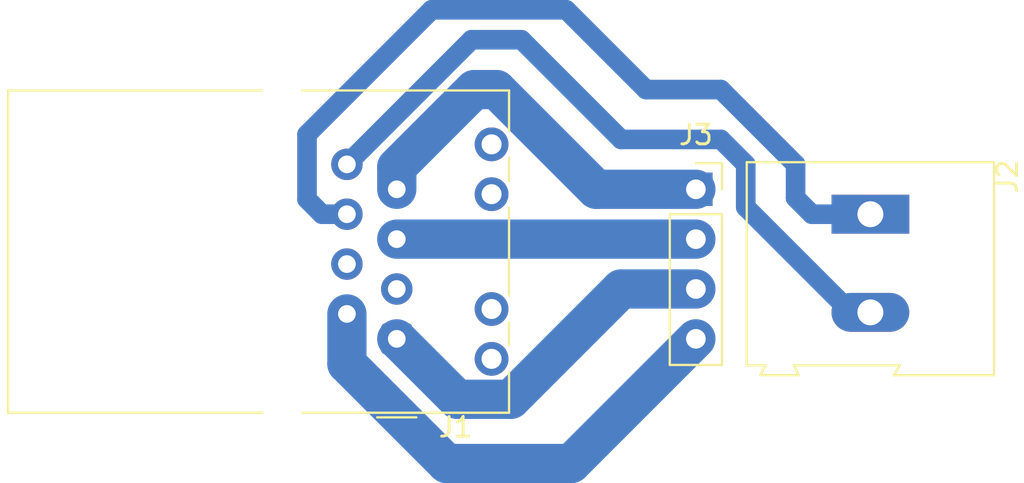
<source format=kicad_pcb>
(kicad_pcb (version 20171130) (host pcbnew 5.0.1)

  (general
    (thickness 1.6)
    (drawings 0)
    (tracks 33)
    (zones 0)
    (modules 3)
    (nets 9)
  )

  (page A4)
  (layers
    (0 F.Cu signal)
    (31 B.Cu signal)
    (32 B.Adhes user)
    (33 F.Adhes user)
    (34 B.Paste user)
    (35 F.Paste user)
    (36 B.SilkS user)
    (37 F.SilkS user)
    (38 B.Mask user)
    (39 F.Mask user)
    (40 Dwgs.User user)
    (41 Cmts.User user)
    (42 Eco1.User user)
    (43 Eco2.User user)
    (44 Edge.Cuts user)
    (45 Margin user)
    (46 B.CrtYd user)
    (47 F.CrtYd user)
    (48 B.Fab user)
    (49 F.Fab user)
  )

  (setup
    (last_trace_width 1)
    (user_trace_width 1)
    (user_trace_width 2)
    (trace_clearance 0.2)
    (zone_clearance 0.508)
    (zone_45_only no)
    (trace_min 0.2)
    (segment_width 0.2)
    (edge_width 0.15)
    (via_size 0.8)
    (via_drill 0.4)
    (via_min_size 0.4)
    (via_min_drill 0.3)
    (uvia_size 0.3)
    (uvia_drill 0.1)
    (uvias_allowed no)
    (uvia_min_size 0.2)
    (uvia_min_drill 0.1)
    (pcb_text_width 0.3)
    (pcb_text_size 1.5 1.5)
    (mod_edge_width 0.15)
    (mod_text_size 1 1)
    (mod_text_width 0.15)
    (pad_size 1.524 1.524)
    (pad_drill 0.762)
    (pad_to_mask_clearance 0.051)
    (solder_mask_min_width 0.25)
    (aux_axis_origin 0 0)
    (visible_elements FFFFFF7F)
    (pcbplotparams
      (layerselection 0x010fc_ffffffff)
      (usegerberextensions false)
      (usegerberattributes false)
      (usegerberadvancedattributes false)
      (creategerberjobfile false)
      (excludeedgelayer true)
      (linewidth 0.100000)
      (plotframeref false)
      (viasonmask false)
      (mode 1)
      (useauxorigin false)
      (hpglpennumber 1)
      (hpglpenspeed 20)
      (hpglpendiameter 15.000000)
      (psnegative false)
      (psa4output false)
      (plotreference true)
      (plotvalue true)
      (plotinvisibletext false)
      (padsonsilk false)
      (subtractmaskfromsilk false)
      (outputformat 1)
      (mirror false)
      (drillshape 1)
      (scaleselection 1)
      (outputdirectory ""))
  )

  (net 0 "")
  (net 1 /5V)
  (net 2 /1B)
  (net 3 /LIMX)
  (net 4 /1A)
  (net 5 "Net-(J1-Pad4)")
  (net 6 "Net-(J1-Pad3)")
  (net 7 /2B)
  (net 8 /2A)

  (net_class Default "This is the default net class."
    (clearance 0.2)
    (trace_width 0.25)
    (via_dia 0.8)
    (via_drill 0.4)
    (uvia_dia 0.3)
    (uvia_drill 0.1)
    (add_net /1A)
    (add_net /1B)
    (add_net /2A)
    (add_net /2B)
    (add_net /5V)
    (add_net /LIMX)
    (add_net "Net-(J1-Pad3)")
    (add_net "Net-(J1-Pad4)")
  )

  (module Connector_RJ:RJ45_Wuerth_7499010121A_Horizontal (layer F.Cu) (tedit 5B9196E9) (tstamp 5BFD3263)
    (at 152.4 115.57 180)
    (descr "10/100Base-TX RJ45 ethernet magnetic transformer connector horizontal https://katalog.we-online.de/pbs/datasheet/7499010121A.pdf")
    (tags "RJ45 ethernet magnetic")
    (path /5BFC883D)
    (fp_text reference J1 (at -3 -4.5 180) (layer F.SilkS)
      (effects (font (size 1 1) (thickness 0.15)))
    )
    (fp_text value RJ45 (at 7 14.5 180) (layer F.Fab)
      (effects (font (size 1 1) (thickness 0.15)))
    )
    (fp_line (start -5.72 0.84) (end -5.72 -0.34) (layer F.SilkS) (width 0.12))
    (fp_line (start -5.72 6.69) (end -5.72 2.2) (layer F.SilkS) (width 0.12))
    (fp_line (start -5.72 9.23) (end -5.72 8.05) (layer F.SilkS) (width 0.12))
    (fp_text user %R (at 7.5 4) (layer F.Fab)
      (effects (font (size 1 1) (thickness 0.15)))
    )
    (fp_line (start -6.19 -4.16) (end -6.19 13.05) (layer F.CrtYd) (width 0.05))
    (fp_line (start 4.75 -4.16) (end -6.19 -4.16) (layer F.CrtYd) (width 0.05))
    (fp_line (start 20.19 13.05) (end 20.19 -4.16) (layer F.CrtYd) (width 0.05))
    (fp_line (start -1 -4) (end 1 -4) (layer F.SilkS) (width 0.12))
    (fp_line (start -5.72 -3.765) (end -5.72 -1.7) (layer F.SilkS) (width 0.12))
    (fp_line (start 19.8 -3.765) (end 6.86 -3.765) (layer F.SilkS) (width 0.12))
    (fp_line (start 19.8 12.655) (end 19.8 -3.765) (layer F.SilkS) (width 0.12))
    (fp_line (start -5.72 12.655) (end 4.820001 12.655) (layer F.SilkS) (width 0.12))
    (fp_line (start -5.61 -3.655) (end -5.61 12.545) (layer F.Fab) (width 0.1))
    (fp_line (start -1 -3.655) (end -5.61 -3.655) (layer F.Fab) (width 0.1))
    (fp_line (start 19.69 12.545) (end 19.69 -3.655) (layer F.Fab) (width 0.1))
    (fp_line (start -5.61 12.545) (end 19.69 12.545) (layer F.Fab) (width 0.1))
    (fp_line (start -5.72 10.59) (end -5.72 12.655) (layer F.SilkS) (width 0.12))
    (fp_line (start 6.86 12.655) (end 19.8 12.655) (layer F.SilkS) (width 0.12))
    (fp_line (start 4.81001 -3.765) (end -5.72 -3.765) (layer F.SilkS) (width 0.12))
    (fp_line (start 6.93 -4.75) (end 4.75 -4.75) (layer F.CrtYd) (width 0.05))
    (fp_line (start 6.93 -4.75) (end 6.93 -4.16) (layer F.CrtYd) (width 0.05))
    (fp_line (start 4.75 -4.75) (end 4.75 -4.16) (layer F.CrtYd) (width 0.05))
    (fp_line (start 20.19 -4.16) (end 6.93 -4.16) (layer F.CrtYd) (width 0.05))
    (fp_line (start 4.75 13.05) (end 4.75 13.64) (layer F.CrtYd) (width 0.05))
    (fp_line (start 4.75 13.05) (end -6.19 13.05) (layer F.CrtYd) (width 0.05))
    (fp_line (start 6.93 13.05) (end 6.93 13.64) (layer F.CrtYd) (width 0.05))
    (fp_line (start 20.19 13.05) (end 6.93 13.05) (layer F.CrtYd) (width 0.05))
    (fp_line (start 6.93 13.64) (end 4.75 13.64) (layer F.CrtYd) (width 0.05))
    (fp_line (start 19.69 -3.655) (end 1 -3.655) (layer F.Fab) (width 0.1))
    (fp_line (start 0 -2.655) (end 1 -3.655) (layer F.Fab) (width 0.1))
    (fp_line (start 0 -2.66) (end -1 -3.66) (layer F.Fab) (width 0.1))
    (pad 12 thru_hole circle (at -4.83 9.91 270) (size 1.72 1.72) (drill 1.02) (layers *.Cu *.Mask))
    (pad 9 thru_hole circle (at -4.83 -1.02 270) (size 1.72 1.72) (drill 1.02) (layers *.Cu *.Mask))
    (pad 11 thru_hole circle (at -4.83 7.37 270) (size 1.72 1.72) (drill 1.02) (layers *.Cu *.Mask))
    (pad 10 thru_hole circle (at -4.83 1.52 270) (size 1.72 1.72) (drill 1.02) (layers *.Cu *.Mask))
    (pad "" np_thru_hole circle (at 5.84 12.345 270) (size 1.6 1.6) (drill 1.6) (layers *.Cu *.Mask))
    (pad "" np_thru_hole circle (at 5.84 -3.455 270) (size 1.6 1.6) (drill 1.6) (layers *.Cu *.Mask))
    (pad "" np_thru_hole circle (at 8.89 10.16 270) (size 3.25 3.25) (drill 3.25) (layers *.Cu *.Mask))
    (pad "" np_thru_hole circle (at 8.89 -1.27 270) (size 3.25 3.25) (drill 3.25) (layers *.Cu *.Mask))
    (pad 8 thru_hole circle (at 2.54 8.89 270) (size 1.6 1.6) (drill 0.9) (layers *.Cu *.Mask)
      (net 1 /5V))
    (pad 7 thru_hole circle (at 0 7.62 270) (size 1.6 1.6) (drill 0.9) (layers *.Cu *.Mask)
      (net 2 /1B))
    (pad 6 thru_hole circle (at 2.54 6.35 270) (size 1.6 1.6) (drill 0.9) (layers *.Cu *.Mask)
      (net 3 /LIMX))
    (pad 5 thru_hole circle (at 0 5.08 270) (size 1.6 1.6) (drill 0.9) (layers *.Cu *.Mask)
      (net 4 /1A))
    (pad 4 thru_hole circle (at 2.54 3.81 270) (size 1.6 1.6) (drill 0.9) (layers *.Cu *.Mask)
      (net 5 "Net-(J1-Pad4)"))
    (pad 3 thru_hole circle (at 0 2.54 270) (size 1.6 1.6) (drill 0.9) (layers *.Cu *.Mask)
      (net 6 "Net-(J1-Pad3)"))
    (pad 2 thru_hole circle (at 2.54 1.27 270) (size 1.6 1.6) (drill 0.9) (layers *.Cu *.Mask)
      (net 7 /2B))
    (pad 1 thru_hole roundrect (at 0 0 270) (size 1.6 1.6) (drill 0.9) (layers *.Cu *.Mask) (roundrect_rratio 0.155)
      (net 8 /2A))
    (model ${KISYS3DMOD}/Connector_RJ.3dshapes/RJ45_Wuerth_7499010121A_Horizontal.wrl
      (at (xyz 0 0 0))
      (scale (xyz 1 1 1))
      (rotate (xyz 0 0 0))
    )
  )

  (module TerminalBlock:TerminalBlock_Altech_AK300-2_P5.00mm (layer F.Cu) (tedit 59FF0306) (tstamp 5BFD32CA)
    (at 176.53 109.22 270)
    (descr "Altech AK300 terminal block, pitch 5.0mm, 45 degree angled, see http://www.mouser.com/ds/2/16/PCBMETRC-24178.pdf")
    (tags "Altech AK300 terminal block pitch 5.0mm")
    (path /5BFC8C47)
    (fp_text reference J2 (at -1.92 -6.99 270) (layer F.SilkS)
      (effects (font (size 1 1) (thickness 0.15)))
    )
    (fp_text value Screw_Terminal_01x02 (at 2.78 7.75 270) (layer F.Fab)
      (effects (font (size 1 1) (thickness 0.15)))
    )
    (fp_text user %R (at 2.5 -2 270) (layer F.Fab)
      (effects (font (size 1 1) (thickness 0.15)))
    )
    (fp_line (start -2.65 -6.3) (end -2.65 6.3) (layer F.SilkS) (width 0.12))
    (fp_line (start -2.65 6.3) (end 7.7 6.3) (layer F.SilkS) (width 0.12))
    (fp_line (start 7.7 6.3) (end 7.7 5.35) (layer F.SilkS) (width 0.12))
    (fp_line (start 7.7 5.35) (end 8.2 5.6) (layer F.SilkS) (width 0.12))
    (fp_line (start 8.2 5.6) (end 8.2 3.7) (layer F.SilkS) (width 0.12))
    (fp_line (start 8.2 3.7) (end 8.2 3.65) (layer F.SilkS) (width 0.12))
    (fp_line (start 8.2 3.65) (end 7.7 3.9) (layer F.SilkS) (width 0.12))
    (fp_line (start 7.7 3.9) (end 7.7 -1.5) (layer F.SilkS) (width 0.12))
    (fp_line (start 7.7 -1.5) (end 8.2 -1.2) (layer F.SilkS) (width 0.12))
    (fp_line (start 8.2 -1.2) (end 8.2 -6.3) (layer F.SilkS) (width 0.12))
    (fp_line (start 8.2 -6.3) (end -2.65 -6.3) (layer F.SilkS) (width 0.12))
    (fp_line (start -1.26 2.54) (end 1.28 2.54) (layer F.Fab) (width 0.1))
    (fp_line (start 1.28 2.54) (end 1.28 -0.25) (layer F.Fab) (width 0.1))
    (fp_line (start -1.26 -0.25) (end 1.28 -0.25) (layer F.Fab) (width 0.1))
    (fp_line (start -1.26 2.54) (end -1.26 -0.25) (layer F.Fab) (width 0.1))
    (fp_line (start 3.74 2.54) (end 6.28 2.54) (layer F.Fab) (width 0.1))
    (fp_line (start 6.28 2.54) (end 6.28 -0.25) (layer F.Fab) (width 0.1))
    (fp_line (start 3.74 -0.25) (end 6.28 -0.25) (layer F.Fab) (width 0.1))
    (fp_line (start 3.74 2.54) (end 3.74 -0.25) (layer F.Fab) (width 0.1))
    (fp_line (start 7.61 -6.22) (end 7.61 -3.17) (layer F.Fab) (width 0.1))
    (fp_line (start 7.61 -6.22) (end -2.58 -6.22) (layer F.Fab) (width 0.1))
    (fp_line (start 7.61 -6.22) (end 8.11 -6.22) (layer F.Fab) (width 0.1))
    (fp_line (start 8.11 -6.22) (end 8.11 -1.4) (layer F.Fab) (width 0.1))
    (fp_line (start 8.11 -1.4) (end 7.61 -1.65) (layer F.Fab) (width 0.1))
    (fp_line (start 8.11 5.46) (end 7.61 5.21) (layer F.Fab) (width 0.1))
    (fp_line (start 7.61 5.21) (end 7.61 6.22) (layer F.Fab) (width 0.1))
    (fp_line (start 8.11 3.81) (end 7.61 4.06) (layer F.Fab) (width 0.1))
    (fp_line (start 7.61 4.06) (end 7.61 5.21) (layer F.Fab) (width 0.1))
    (fp_line (start 8.11 3.81) (end 8.11 5.46) (layer F.Fab) (width 0.1))
    (fp_line (start 2.98 6.22) (end 2.98 4.32) (layer F.Fab) (width 0.1))
    (fp_line (start 7.05 -0.25) (end 7.05 4.32) (layer F.Fab) (width 0.1))
    (fp_line (start 2.98 6.22) (end 7.05 6.22) (layer F.Fab) (width 0.1))
    (fp_line (start 7.05 6.22) (end 7.61 6.22) (layer F.Fab) (width 0.1))
    (fp_line (start 2.04 6.22) (end 2.04 4.32) (layer F.Fab) (width 0.1))
    (fp_line (start 2.04 6.22) (end 2.98 6.22) (layer F.Fab) (width 0.1))
    (fp_line (start -2.02 -0.25) (end -2.02 4.32) (layer F.Fab) (width 0.1))
    (fp_line (start -2.58 6.22) (end -2.02 6.22) (layer F.Fab) (width 0.1))
    (fp_line (start -2.02 6.22) (end 2.04 6.22) (layer F.Fab) (width 0.1))
    (fp_line (start 2.98 4.32) (end 7.05 4.32) (layer F.Fab) (width 0.1))
    (fp_line (start 2.98 4.32) (end 2.98 -0.25) (layer F.Fab) (width 0.1))
    (fp_line (start 7.05 4.32) (end 7.05 6.22) (layer F.Fab) (width 0.1))
    (fp_line (start 2.04 4.32) (end -2.02 4.32) (layer F.Fab) (width 0.1))
    (fp_line (start 2.04 4.32) (end 2.04 -0.25) (layer F.Fab) (width 0.1))
    (fp_line (start -2.02 4.32) (end -2.02 6.22) (layer F.Fab) (width 0.1))
    (fp_line (start 6.67 3.68) (end 6.67 0.51) (layer F.Fab) (width 0.1))
    (fp_line (start 6.67 3.68) (end 3.36 3.68) (layer F.Fab) (width 0.1))
    (fp_line (start 3.36 3.68) (end 3.36 0.51) (layer F.Fab) (width 0.1))
    (fp_line (start 1.66 3.68) (end 1.66 0.51) (layer F.Fab) (width 0.1))
    (fp_line (start 1.66 3.68) (end -1.64 3.68) (layer F.Fab) (width 0.1))
    (fp_line (start -1.64 3.68) (end -1.64 0.51) (layer F.Fab) (width 0.1))
    (fp_line (start -1.64 0.51) (end -1.26 0.51) (layer F.Fab) (width 0.1))
    (fp_line (start 1.66 0.51) (end 1.28 0.51) (layer F.Fab) (width 0.1))
    (fp_line (start 3.36 0.51) (end 3.74 0.51) (layer F.Fab) (width 0.1))
    (fp_line (start 6.67 0.51) (end 6.28 0.51) (layer F.Fab) (width 0.1))
    (fp_line (start -2.58 6.22) (end -2.58 -0.64) (layer F.Fab) (width 0.1))
    (fp_line (start -2.58 -0.64) (end -2.58 -3.17) (layer F.Fab) (width 0.1))
    (fp_line (start 7.61 -1.65) (end 7.61 -0.64) (layer F.Fab) (width 0.1))
    (fp_line (start 7.61 -0.64) (end 7.61 4.06) (layer F.Fab) (width 0.1))
    (fp_line (start -2.58 -3.17) (end 7.61 -3.17) (layer F.Fab) (width 0.1))
    (fp_line (start -2.58 -3.17) (end -2.58 -6.22) (layer F.Fab) (width 0.1))
    (fp_line (start 7.61 -3.17) (end 7.61 -1.65) (layer F.Fab) (width 0.1))
    (fp_line (start 2.98 -3.43) (end 2.98 -5.97) (layer F.Fab) (width 0.1))
    (fp_line (start 2.98 -5.97) (end 7.05 -5.97) (layer F.Fab) (width 0.1))
    (fp_line (start 7.05 -5.97) (end 7.05 -3.43) (layer F.Fab) (width 0.1))
    (fp_line (start 7.05 -3.43) (end 2.98 -3.43) (layer F.Fab) (width 0.1))
    (fp_line (start 2.04 -3.43) (end 2.04 -5.97) (layer F.Fab) (width 0.1))
    (fp_line (start 2.04 -3.43) (end -2.02 -3.43) (layer F.Fab) (width 0.1))
    (fp_line (start -2.02 -3.43) (end -2.02 -5.97) (layer F.Fab) (width 0.1))
    (fp_line (start 2.04 -5.97) (end -2.02 -5.97) (layer F.Fab) (width 0.1))
    (fp_line (start 3.39 -4.45) (end 6.44 -5.08) (layer F.Fab) (width 0.1))
    (fp_line (start 3.52 -4.32) (end 6.56 -4.95) (layer F.Fab) (width 0.1))
    (fp_line (start -1.62 -4.45) (end 1.44 -5.08) (layer F.Fab) (width 0.1))
    (fp_line (start -1.49 -4.32) (end 1.56 -4.95) (layer F.Fab) (width 0.1))
    (fp_line (start -2.02 -0.25) (end -1.64 -0.25) (layer F.Fab) (width 0.1))
    (fp_line (start 2.04 -0.25) (end 1.66 -0.25) (layer F.Fab) (width 0.1))
    (fp_line (start 1.66 -0.25) (end -1.64 -0.25) (layer F.Fab) (width 0.1))
    (fp_line (start -2.58 -0.64) (end -1.64 -0.64) (layer F.Fab) (width 0.1))
    (fp_line (start -1.64 -0.64) (end 1.66 -0.64) (layer F.Fab) (width 0.1))
    (fp_line (start 1.66 -0.64) (end 3.36 -0.64) (layer F.Fab) (width 0.1))
    (fp_line (start 7.61 -0.64) (end 6.67 -0.64) (layer F.Fab) (width 0.1))
    (fp_line (start 6.67 -0.64) (end 3.36 -0.64) (layer F.Fab) (width 0.1))
    (fp_line (start 7.05 -0.25) (end 6.67 -0.25) (layer F.Fab) (width 0.1))
    (fp_line (start 2.98 -0.25) (end 3.36 -0.25) (layer F.Fab) (width 0.1))
    (fp_line (start 3.36 -0.25) (end 6.67 -0.25) (layer F.Fab) (width 0.1))
    (fp_line (start -2.83 -6.47) (end 8.36 -6.47) (layer F.CrtYd) (width 0.05))
    (fp_line (start -2.83 -6.47) (end -2.83 6.47) (layer F.CrtYd) (width 0.05))
    (fp_line (start 8.36 6.47) (end 8.36 -6.47) (layer F.CrtYd) (width 0.05))
    (fp_line (start 8.36 6.47) (end -2.83 6.47) (layer F.CrtYd) (width 0.05))
    (fp_arc (start 6.03 -4.59) (end 6.54 -5.05) (angle 90.5) (layer F.Fab) (width 0.1))
    (fp_arc (start 5.07 -6.07) (end 6.53 -4.12) (angle 75.5) (layer F.Fab) (width 0.1))
    (fp_arc (start 4.99 -3.71) (end 3.39 -5) (angle 100) (layer F.Fab) (width 0.1))
    (fp_arc (start 3.87 -4.65) (end 3.58 -4.13) (angle 104.2) (layer F.Fab) (width 0.1))
    (fp_arc (start 1.03 -4.59) (end 1.53 -5.05) (angle 90.5) (layer F.Fab) (width 0.1))
    (fp_arc (start 0.06 -6.07) (end 1.53 -4.12) (angle 75.5) (layer F.Fab) (width 0.1))
    (fp_arc (start -0.01 -3.71) (end -1.62 -5) (angle 100) (layer F.Fab) (width 0.1))
    (fp_arc (start -1.13 -4.65) (end -1.42 -4.13) (angle 104.2) (layer F.Fab) (width 0.1))
    (pad 1 thru_hole rect (at 0 0 270) (size 1.98 3.96) (drill 1.32) (layers *.Cu *.Mask)
      (net 3 /LIMX))
    (pad 2 thru_hole oval (at 5 0 270) (size 1.98 3.96) (drill 1.32) (layers *.Cu *.Mask)
      (net 1 /5V))
    (model ${KISYS3DMOD}/TerminalBlock.3dshapes/TerminalBlock_Altech_AK300-2_P5.00mm.wrl
      (at (xyz 0 0 0))
      (scale (xyz 1 1 1))
      (rotate (xyz 0 0 0))
    )
  )

  (module Connector_PinSocket_2.54mm:PinSocket_1x04_P2.54mm_Vertical (layer F.Cu) (tedit 5A19A429) (tstamp 5BFD32E2)
    (at 167.64 107.95)
    (descr "Through hole straight socket strip, 1x04, 2.54mm pitch, single row (from Kicad 4.0.7), script generated")
    (tags "Through hole socket strip THT 1x04 2.54mm single row")
    (path /5BFC9223)
    (fp_text reference J3 (at 0 -2.77) (layer F.SilkS)
      (effects (font (size 1 1) (thickness 0.15)))
    )
    (fp_text value Conn_01x04 (at 0 10.39) (layer F.Fab)
      (effects (font (size 1 1) (thickness 0.15)))
    )
    (fp_line (start -1.27 -1.27) (end 0.635 -1.27) (layer F.Fab) (width 0.1))
    (fp_line (start 0.635 -1.27) (end 1.27 -0.635) (layer F.Fab) (width 0.1))
    (fp_line (start 1.27 -0.635) (end 1.27 8.89) (layer F.Fab) (width 0.1))
    (fp_line (start 1.27 8.89) (end -1.27 8.89) (layer F.Fab) (width 0.1))
    (fp_line (start -1.27 8.89) (end -1.27 -1.27) (layer F.Fab) (width 0.1))
    (fp_line (start -1.33 1.27) (end 1.33 1.27) (layer F.SilkS) (width 0.12))
    (fp_line (start -1.33 1.27) (end -1.33 8.95) (layer F.SilkS) (width 0.12))
    (fp_line (start -1.33 8.95) (end 1.33 8.95) (layer F.SilkS) (width 0.12))
    (fp_line (start 1.33 1.27) (end 1.33 8.95) (layer F.SilkS) (width 0.12))
    (fp_line (start 1.33 -1.33) (end 1.33 0) (layer F.SilkS) (width 0.12))
    (fp_line (start 0 -1.33) (end 1.33 -1.33) (layer F.SilkS) (width 0.12))
    (fp_line (start -1.8 -1.8) (end 1.75 -1.8) (layer F.CrtYd) (width 0.05))
    (fp_line (start 1.75 -1.8) (end 1.75 9.4) (layer F.CrtYd) (width 0.05))
    (fp_line (start 1.75 9.4) (end -1.8 9.4) (layer F.CrtYd) (width 0.05))
    (fp_line (start -1.8 9.4) (end -1.8 -1.8) (layer F.CrtYd) (width 0.05))
    (fp_text user %R (at 0 3.81 90) (layer F.Fab)
      (effects (font (size 1 1) (thickness 0.15)))
    )
    (pad 1 thru_hole rect (at 0 0) (size 1.7 1.7) (drill 1) (layers *.Cu *.Mask)
      (net 2 /1B))
    (pad 2 thru_hole oval (at 0 2.54) (size 1.7 1.7) (drill 1) (layers *.Cu *.Mask)
      (net 4 /1A))
    (pad 3 thru_hole oval (at 0 5.08) (size 1.7 1.7) (drill 1) (layers *.Cu *.Mask)
      (net 8 /2A))
    (pad 4 thru_hole oval (at 0 7.62) (size 1.7 1.7) (drill 1) (layers *.Cu *.Mask)
      (net 7 /2B))
    (model ${KISYS3DMOD}/Connector_PinSocket_2.54mm.3dshapes/PinSocket_1x04_P2.54mm_Vertical.wrl
      (at (xyz 0 0 0))
      (scale (xyz 1 1 1))
      (rotate (xyz 0 0 0))
    )
  )

  (segment (start 175.54 114.22) (end 170.18 108.86) (width 1) (layer B.Cu) (net 1))
  (segment (start 176.53 114.22) (end 175.54 114.22) (width 1) (layer B.Cu) (net 1))
  (segment (start 170.18 108.86) (end 170.18 106.68) (width 1) (layer B.Cu) (net 1))
  (segment (start 170.18 106.68) (end 168.91 105.41) (width 1) (layer B.Cu) (net 1))
  (segment (start 168.91 105.41) (end 163.83 105.41) (width 1) (layer B.Cu) (net 1))
  (segment (start 163.83 105.41) (end 158.75 100.33) (width 1) (layer B.Cu) (net 1))
  (segment (start 156.21 100.33) (end 149.86 106.68) (width 1) (layer B.Cu) (net 1))
  (segment (start 158.75 100.33) (end 156.21 100.33) (width 1) (layer B.Cu) (net 1))
  (segment (start 152.4 106.81863) (end 156.34863 102.87) (width 2) (layer B.Cu) (net 2))
  (segment (start 152.4 107.95) (end 152.4 106.81863) (width 2) (layer B.Cu) (net 2))
  (segment (start 156.34863 102.87) (end 157.48 102.87) (width 2) (layer B.Cu) (net 2))
  (segment (start 162.56 107.95) (end 167.64 107.95) (width 2) (layer B.Cu) (net 2))
  (segment (start 157.48 102.87) (end 162.56 107.95) (width 2) (layer B.Cu) (net 2))
  (segment (start 148.59 109.22) (end 149.86 109.22) (width 1) (layer B.Cu) (net 3))
  (segment (start 147.828 105.156) (end 147.828 108.458) (width 1) (layer B.Cu) (net 3))
  (segment (start 154.178 98.806) (end 147.828 105.156) (width 1) (layer B.Cu) (net 3))
  (segment (start 173.55 109.22) (end 172.72 108.39) (width 1) (layer B.Cu) (net 3))
  (segment (start 161.036 98.806) (end 154.178 98.806) (width 1) (layer B.Cu) (net 3))
  (segment (start 168.91 102.87) (end 165.1 102.87) (width 1) (layer B.Cu) (net 3))
  (segment (start 147.828 108.458) (end 148.59 109.22) (width 1) (layer B.Cu) (net 3))
  (segment (start 176.53 109.22) (end 173.55 109.22) (width 1) (layer B.Cu) (net 3))
  (segment (start 172.72 108.39) (end 172.72 106.68) (width 1) (layer B.Cu) (net 3))
  (segment (start 172.72 106.68) (end 168.91 102.87) (width 1) (layer B.Cu) (net 3))
  (segment (start 165.1 102.87) (end 161.036 98.806) (width 1) (layer B.Cu) (net 3))
  (segment (start 152.4 110.49) (end 167.64 110.49) (width 2) (layer B.Cu) (net 4))
  (segment (start 154.94 121.92) (end 161.29 121.92) (width 2) (layer B.Cu) (net 7))
  (segment (start 161.29 121.92) (end 167.64 115.57) (width 2) (layer B.Cu) (net 7))
  (segment (start 149.86 114.3) (end 149.86 116.84) (width 2) (layer B.Cu) (net 7))
  (segment (start 149.86 116.84) (end 154.94 121.92) (width 2) (layer B.Cu) (net 7))
  (segment (start 155.480001 118.650001) (end 158.209999 118.650001) (width 2) (layer B.Cu) (net 8))
  (segment (start 152.4 115.57) (end 155.480001 118.650001) (width 2) (layer B.Cu) (net 8))
  (segment (start 163.83 113.03) (end 167.64 113.03) (width 2) (layer B.Cu) (net 8))
  (segment (start 158.209999 118.650001) (end 163.83 113.03) (width 2) (layer B.Cu) (net 8))

)

</source>
